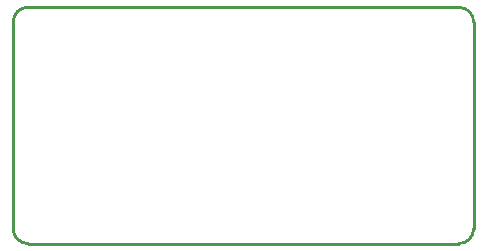
<source format=gko>
G04 Layer: BoardOutlineLayer*
G04 EasyEDA v6.5.14, 2022-08-24 17:06:53*
G04 77cd11f6e3b44a54979dfea80d6f7020,401f954c81374b6587e5d63e119e93f9,10*
G04 Gerber Generator version 0.2*
G04 Scale: 100 percent, Rotated: No, Reflected: No *
G04 Dimensions in millimeters *
G04 leading zeros omitted , absolute positions ,4 integer and 5 decimal *
%FSLAX45Y45*%
%MOMM*%

%ADD10C,0.2540*%
D10*
X890287Y-790000D02*
G01*
X-2759709Y-790000D01*
X-2759709Y1210000D02*
G01*
X890287Y1210000D01*
X-2884711Y-664999D02*
G01*
X-2884711Y1084999D01*
X1015288Y1084999D02*
G01*
X1015288Y-664999D01*
G75*
G01*
X-2884711Y1084999D02*
G02*
X-2759710Y1210000I125001J0D01*
G75*
G01*
X-2759710Y-790001D02*
G02*
X-2884711Y-665000I0J125001D01*
G75*
G01*
X1015289Y-665000D02*
G02*
X890288Y-790001I-125001J0D01*
G75*
G01*
X890288Y1210000D02*
G02*
X1015289Y1084999I0J-125001D01*

%LPD*%
M02*

</source>
